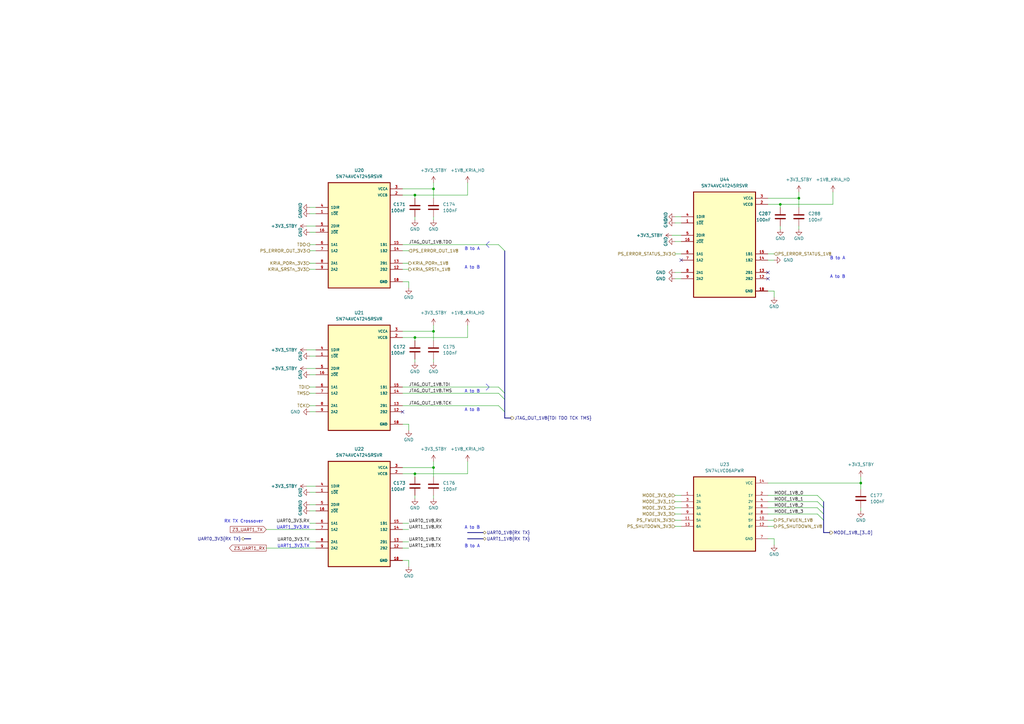
<source format=kicad_sch>
(kicad_sch (version 20211123) (generator eeschema)
  (paper "A3")
  (title_block (title "ATCA Template") (date "2023-01-05") (rev "1.0") (company "Karlsruhe Institute of Technology (KIT)") (comment 1 "Carsten Schmerbeck") (comment 2 "Luis Ardila") (comment 4 "Licensed under CERN-OHL-P v2"))
  (lib_symbols
    (symbol "Device:C" (pin_numbers hide) (pin_names (offset 0.254))
      (property "Reference" "C" (at 0.635 2.54 0))
      (property "Value" "C" (at 0.635 -2.54 0))
      (symbol "C_0_1"
        (polyline (pts (xy -2.032 -0.762) (xy 2.032 -0.762)) (stroke (width 0.508)))
        (polyline (pts (xy -2.032 0.762) (xy 2.032 0.762)) (stroke (width 0.508)))
      )
      (symbol "C_1_1"
        (pin passive line (at 0 3.81 270) (length 2.794) (name "~") (number "1"))
        (pin passive line (at 0 -3.81 90) (length 2.794) (name "~") (number "2"))
      )
    )
    (symbol "KIT_Logic:SN74LVC06APWR" (pin_names (offset 1.016))
      (property "Reference" "U" (at -12.7 16.2306 0))
      (property "Value" "SN74LVC06APWR" (at -12.7 -19.2278 0))
      (symbol "SN74LVC06APWR_0_0"
        (rectangle (start -12.7 -15.24) (end 12.7 15.24) (stroke (width 0.4064)) (fill (type background)))
        (pin input line (at -17.78 7.62 0) (length 5.08) (name "1A") (number "1"))
        (pin output line (at 17.78 -2.54 180) (length 5.08) (name "5Y") (number "10"))
        (pin input line (at -17.78 -2.54 0) (length 5.08) (name "5A") (number "11"))
        (pin output line (at 17.78 -5.08 180) (length 5.08) (name "6Y") (number "12"))
        (pin input line (at -17.78 -5.08 0) (length 5.08) (name "6A") (number "13"))
        (pin power_in line (at 17.78 12.7 180) (length 5.08) (name "VCC") (number "14"))
        (pin output line (at 17.78 7.62 180) (length 5.08) (name "1Y") (number "2"))
        (pin input line (at -17.78 5.08 0) (length 5.08) (name "2A") (number "3"))
        (pin output line (at 17.78 5.08 180) (length 5.08) (name "2Y") (number "4"))
        (pin input line (at -17.78 2.54 0) (length 5.08) (name "3A") (number "5"))
        (pin output line (at 17.78 2.54 180) (length 5.08) (name "3Y") (number "6"))
        (pin power_in line (at 17.78 -10.16 180) (length 5.08) (name "GND") (number "7"))
        (pin output line (at 17.78 0 180) (length 5.08) (name "4Y") (number "8"))
        (pin input line (at -17.78 0 0) (length 5.08) (name "4A") (number "9"))
      )
    )
    (symbol "KIT_Logic_LevelTranslator:SN74AXC4T245RSVR" (pin_names (offset 1.016))
      (property "Reference" "U" (at -12.7 21.3106 0))
      (property "Value" "SN74AXC4T245RSVR" (at -12.7 -26.8478 0))
      (symbol "SN74AXC4T245RSVR_0_0"
        (rectangle (start -12.7 -22.86) (end 12.7 20.32) (stroke (width 0.4064)) (fill (type background)))
        (pin input line (at -17.78 7.62 0) (length 5.08) (name "1~{OE}") (number "1"))
        (pin power_in line (at 17.78 -20.32 180) (length 5.08) (name "GND") (number "10"))
        (pin power_in line (at 17.78 -20.32 180) (length 5.08) (name "GND") (number "11"))
        (pin passive line (at 17.78 -15.24 180) (length 5.08) (name "2B2") (number "12"))
        (pin passive line (at 17.78 -12.7 180) (length 5.08) (name "2B1") (number "13"))
        (pin passive line (at 17.78 -7.62 180) (length 5.08) (name "1B2") (number "14"))
        (pin passive line (at 17.78 -5.08 180) (length 5.08) (name "1B1") (number "15"))
        (pin input line (at -17.78 0 0) (length 5.08) (name "2~{OE}") (number "16"))
        (pin power_in line (at 17.78 15.24 180) (length 5.08) (name "VCCB") (number "2"))
        (pin power_in line (at 17.78 17.78 180) (length 5.08) (name "VCCA") (number "3"))
        (pin input line (at -17.78 10.16 0) (length 5.08) (name "1DIR") (number "4"))
        (pin input line (at -17.78 2.54 0) (length 5.08) (name "2DIR") (number "5"))
        (pin passive line (at -17.78 -5.08 0) (length 5.08) (name "1A1") (number "6"))
        (pin passive line (at -17.78 -7.62 0) (length 5.08) (name "1A2") (number "7"))
        (pin passive line (at -17.78 -12.7 0) (length 5.08) (name "2A1") (number "8"))
        (pin passive line (at -17.78 -15.24 0) (length 5.08) (name "2A2") (number "9"))
      )
    )
    (symbol "KIT_Power:+1V8_KRIA_HD" (power) (pin_names (offset 0))
      (property "Value" "+1V8_KRIA_HD" (at 0 3.556 0))
      (symbol "+1V8_KRIA_HD_0_1"
        (polyline (pts (xy -0.762 1.27) (xy 0 2.54)))
        (polyline (pts (xy 0 0) (xy 0 2.54)))
        (polyline (pts (xy 0 2.54) (xy 0.762 1.27)))
      )
      (symbol "+1V8_KRIA_HD_1_1"
        (pin power_in line (at 0 0 90) (length 0) hide (name "+1V8_KRIA_HD") (number "1"))
      )
    )
    (symbol "KIT_Power:+3V3_STBY" (power) (pin_names (offset 0))
      (property "Value" "+3V3_STBY" (at 0 3.556 0))
      (symbol "+3V3_STBY_0_1"
        (polyline (pts (xy -0.762 1.27) (xy 0 2.54)))
        (polyline (pts (xy 0 0) (xy 0 2.54)))
        (polyline (pts (xy 0 2.54) (xy 0.762 1.27)))
      )
      (symbol "+3V3_STBY_1_1"
        (pin power_in line (at 0 0 90) (length 0) hide (name "+3V3_STBY") (number "1"))
      )
    )
    (symbol "power:GND" (power) (pin_names (offset 0))
      (property "Value" "GND" (at 0 -3.81 0))
      (symbol "GND_0_1"
        (polyline (pts (xy 0 0) (xy 0 -1.27) (xy 1.27 -1.27) (xy 0 -2.54) (xy -1.27 -1.27) (xy 0 -1.27)))
      )
      (symbol "GND_1_1"
        (pin power_in line (at 0 0 270) (length 0) hide (name "GND") (number "1"))
      )
    )
  )
  (junction (at 170.18 194.31))
  (junction (at 177.8 77.47))
  (junction (at 170.18 80.01))
  (junction (at 170.18 138.43))
  (junction (at 353.06 198.12))
  (junction (at 177.8 191.77))
  (junction (at 327.66 81.28))
  (junction (at 320.04 83.82))
  (junction (at 177.8 135.89))
  (no_connect (at 314.96 111.76))
  (no_connect (at 314.96 114.3))
  (no_connect (at 279.4 106.68))
  (no_connect (at 165.1 168.91))
  (bus_entry (at 204.47 100.33) (size 2.54 2.54))
  (bus_entry (at 204.47 158.75) (size 2.54 2.54))
  (bus_entry (at 204.47 161.29) (size 2.54 2.54))
  (bus_entry (at 204.47 166.37) (size 2.54 2.54))
  (bus_entry (at 335.28 203.2) (size 2.54 2.54))
  (bus_entry (at 335.28 205.74) (size 2.54 2.54))
  (bus_entry (at 335.28 208.28) (size 2.54 2.54))
  (bus_entry (at 335.28 210.82) (size 2.54 2.54))
  (bus (pts (xy 198.12 218.44) (xy 191.77 218.44)))
  (wire (pts (xy 165.1 158.75) (xy 204.47 158.75)))
  (wire (pts (xy 341.63 78.74) (xy 341.63 83.82)))
  (wire (pts (xy 276.86 114.3) (xy 279.4 114.3)))
  (wire (pts (xy 177.8 189.23) (xy 177.8 191.77)))
  (wire (pts (xy 167.64 118.11) (xy 167.64 115.57)))
  (wire (pts (xy 177.8 191.77) (xy 177.8 195.58)))
  (wire (pts (xy 125.73 199.39) (xy 129.54 199.39)))
  (wire (pts (xy 177.8 204.47) (xy 177.8 203.2)))
  (wire (pts (xy 165.1 214.63) (xy 167.64 214.63)))
  (wire (pts (xy 314.96 208.28) (xy 335.28 208.28)))
  (bus (pts (xy 198.12 220.98) (xy 191.77 220.98)))
  (wire (pts (xy 276.86 88.9) (xy 279.4 88.9)))
  (polyline (pts (xy 199.39 160.02) (xy 200.66 158.75)))
  (bus (pts (xy 207.01 102.87) (xy 207.01 161.29)))
  (wire (pts (xy 276.86 210.82) (xy 279.4 210.82)))
  (wire (pts (xy 276.86 205.74) (xy 279.4 205.74)))
  (wire (pts (xy 125.73 143.51) (xy 129.54 143.51)))
  (wire (pts (xy 191.77 74.93) (xy 191.77 80.01)))
  (wire (pts (xy 317.5 121.92) (xy 317.5 119.38)))
  (wire (pts (xy 165.1 222.25) (xy 167.64 222.25)))
  (wire (pts (xy 127 107.95) (xy 129.54 107.95)))
  (wire (pts (xy 170.18 148.59) (xy 170.18 147.32)))
  (wire (pts (xy 127 201.93) (xy 129.54 201.93)))
  (wire (pts (xy 276.86 111.76) (xy 279.4 111.76)))
  (wire (pts (xy 127 222.25) (xy 129.54 222.25)))
  (wire (pts (xy 177.8 74.93) (xy 177.8 77.47)))
  (wire (pts (xy 353.06 195.58) (xy 353.06 198.12)))
  (wire (pts (xy 165.1 217.17) (xy 167.64 217.17)))
  (bus (pts (xy 207.01 168.91) (xy 207.01 171.45)))
  (bus (pts (xy 337.82 210.82) (xy 337.82 213.36)))
  (wire (pts (xy 165.1 166.37) (xy 204.47 166.37)))
  (wire (pts (xy 314.96 220.98) (xy 317.5 220.98)))
  (wire (pts (xy 276.86 215.9) (xy 279.4 215.9)))
  (wire (pts (xy 327.66 81.28) (xy 327.66 85.09)))
  (wire (pts (xy 170.18 194.31) (xy 191.77 194.31)))
  (wire (pts (xy 327.66 93.98) (xy 327.66 92.71)))
  (polyline (pts (xy 199.39 100.33) (xy 200.66 101.6)))
  (wire (pts (xy 170.18 138.43) (xy 191.77 138.43)))
  (bus (pts (xy 340.36 218.44) (xy 337.82 218.44)))
  (wire (pts (xy 276.86 99.06) (xy 279.4 99.06)))
  (wire (pts (xy 127 166.37) (xy 129.54 166.37)))
  (bus (pts (xy 337.82 208.28) (xy 337.82 210.82)))
  (wire (pts (xy 177.8 90.17) (xy 177.8 88.9)))
  (wire (pts (xy 170.18 194.31) (xy 170.18 195.58)))
  (bus (pts (xy 100.33 220.98) (xy 102.87 220.98)))
  (wire (pts (xy 314.96 83.82) (xy 320.04 83.82)))
  (wire (pts (xy 320.04 93.98) (xy 320.04 92.71)))
  (wire (pts (xy 165.1 107.95) (xy 167.64 107.95)))
  (wire (pts (xy 127 87.63) (xy 129.54 87.63)))
  (wire (pts (xy 167.64 229.87) (xy 165.1 229.87)))
  (polyline (pts (xy 200.66 99.06) (xy 199.39 100.33)))
  (wire (pts (xy 276.86 104.14) (xy 279.4 104.14)))
  (wire (pts (xy 127 158.75) (xy 129.54 158.75)))
  (wire (pts (xy 127 214.63) (xy 129.54 214.63)))
  (wire (pts (xy 165.1 80.01) (xy 170.18 80.01)))
  (wire (pts (xy 109.22 217.17) (xy 129.54 217.17)))
  (wire (pts (xy 165.1 138.43) (xy 170.18 138.43)))
  (wire (pts (xy 125.73 92.71) (xy 129.54 92.71)))
  (wire (pts (xy 127 153.67) (xy 129.54 153.67)))
  (wire (pts (xy 320.04 83.82) (xy 341.63 83.82)))
  (wire (pts (xy 165.1 110.49) (xy 167.64 110.49)))
  (wire (pts (xy 177.8 77.47) (xy 177.8 81.28)))
  (wire (pts (xy 165.1 135.89) (xy 177.8 135.89)))
  (bus (pts (xy 337.82 205.74) (xy 337.82 208.28)))
  (wire (pts (xy 127 207.01) (xy 129.54 207.01)))
  (wire (pts (xy 314.96 106.68) (xy 317.5 106.68)))
  (wire (pts (xy 191.77 133.35) (xy 191.77 138.43)))
  (wire (pts (xy 276.86 91.44) (xy 279.4 91.44)))
  (wire (pts (xy 353.06 209.55) (xy 353.06 208.28)))
  (wire (pts (xy 165.1 77.47) (xy 177.8 77.47)))
  (wire (pts (xy 127 146.05) (xy 129.54 146.05)))
  (wire (pts (xy 276.86 213.36) (xy 279.4 213.36)))
  (wire (pts (xy 177.8 148.59) (xy 177.8 147.32)))
  (wire (pts (xy 127 85.09) (xy 129.54 85.09)))
  (wire (pts (xy 191.77 189.23) (xy 191.77 194.31)))
  (wire (pts (xy 314.96 198.12) (xy 353.06 198.12)))
  (wire (pts (xy 165.1 191.77) (xy 177.8 191.77)))
  (wire (pts (xy 167.64 232.41) (xy 167.64 229.87)))
  (wire (pts (xy 127 168.91) (xy 129.54 168.91)))
  (wire (pts (xy 314.96 215.9) (xy 317.5 215.9)))
  (wire (pts (xy 127 209.55) (xy 129.54 209.55)))
  (wire (pts (xy 314.96 104.14) (xy 317.5 104.14)))
  (wire (pts (xy 167.64 176.53) (xy 167.64 173.99)))
  (wire (pts (xy 167.64 173.99) (xy 165.1 173.99)))
  (wire (pts (xy 165.1 100.33) (xy 204.47 100.33)))
  (wire (pts (xy 127 161.29) (xy 129.54 161.29)))
  (wire (pts (xy 276.86 203.2) (xy 279.4 203.2)))
  (wire (pts (xy 320.04 83.82) (xy 320.04 85.09)))
  (wire (pts (xy 170.18 204.47) (xy 170.18 203.2)))
  (bus (pts (xy 207.01 163.83) (xy 207.01 168.91)))
  (wire (pts (xy 327.66 78.74) (xy 327.66 81.28)))
  (wire (pts (xy 127 100.33) (xy 129.54 100.33)))
  (wire (pts (xy 165.1 102.87) (xy 167.64 102.87)))
  (bus (pts (xy 337.82 213.36) (xy 337.82 218.44)))
  (wire (pts (xy 170.18 80.01) (xy 170.18 81.28)))
  (wire (pts (xy 109.22 224.79) (xy 129.54 224.79)))
  (wire (pts (xy 177.8 135.89) (xy 177.8 139.7)))
  (wire (pts (xy 276.86 208.28) (xy 279.4 208.28)))
  (wire (pts (xy 170.18 90.17) (xy 170.18 88.9)))
  (polyline (pts (xy 199.39 157.48) (xy 200.66 158.75)))
  (wire (pts (xy 353.06 200.66) (xy 353.06 198.12)))
  (wire (pts (xy 317.5 220.98) (xy 317.5 223.52)))
  (wire (pts (xy 275.59 96.52) (xy 279.4 96.52)))
  (wire (pts (xy 125.73 151.13) (xy 129.54 151.13)))
  (wire (pts (xy 127 95.25) (xy 129.54 95.25)))
  (wire (pts (xy 165.1 194.31) (xy 170.18 194.31)))
  (wire (pts (xy 314.96 205.74) (xy 335.28 205.74)))
  (wire (pts (xy 170.18 80.01) (xy 191.77 80.01)))
  (wire (pts (xy 314.96 213.36) (xy 317.5 213.36)))
  (wire (pts (xy 177.8 133.35) (xy 177.8 135.89)))
  (wire (pts (xy 317.5 119.38) (xy 314.96 119.38)))
  (bus (pts (xy 209.55 171.45) (xy 207.01 171.45)))
  (wire (pts (xy 127 110.49) (xy 129.54 110.49)))
  (wire (pts (xy 165.1 161.29) (xy 204.47 161.29)))
  (bus (pts (xy 207.01 161.29) (xy 207.01 163.83)))
  (wire (pts (xy 127 102.87) (xy 129.54 102.87)))
  (wire (pts (xy 314.96 81.28) (xy 327.66 81.28)))
  (wire (pts (xy 170.18 138.43) (xy 170.18 139.7)))
  (wire (pts (xy 165.1 224.79) (xy 167.64 224.79)))
  (wire (pts (xy 167.64 115.57) (xy 165.1 115.57)))
  (wire (pts (xy 314.96 203.2) (xy 335.28 203.2)))
  (wire (pts (xy 314.96 210.82) (xy 335.28 210.82)))
  (text "B to A" (at 190.5 224.79 0) (effects (font (size 1.27 1.27)) (justify left bottom)))
  (text "A to B" (at 190.5 110.49 0) (effects (font (size 1.27 1.27)) (justify left bottom)))
  (text "UART1_3V3.TX" (at 127 224.79 180) (effects (font (size 1.27 1.27)) (justify right bottom)))
  (text "RX TX Crossover" (at 107.95 214.63 180) (effects (font (size 1.27 1.27)) (justify right bottom)))
  (text "A to B" (at 190.5 161.29 0) (effects (font (size 1.27 1.27)) (justify left bottom)))
  (text "A to B" (at 340.36 114.3 0) (effects (font (size 1.27 1.27)) (justify left bottom)))
  (text "B to A" (at 340.36 106.68 0) (effects (font (size 1.27 1.27)) (justify left bottom)))
  (text "B to A" (at 190.5 102.87 0) (effects (font (size 1.27 1.27)) (justify left bottom)))
  (text "UART1_3V3.RX" (at 127 217.17 180) (effects (font (size 1.27 1.27)) (justify right bottom)))
  (text "A to B" (at 190.5 217.17 0) (effects (font (size 1.27 1.27)) (justify left bottom)))
  (text "A to B" (at 190.5 168.91 0) (effects (font (size 1.27 1.27)) (justify left bottom)))
  (label "MODE_1V8_0" (at 317.5 203.2 0))
  (label "MODE_1V8_2" (at 317.5 208.28 0))
  (label "MODE_1V8_1" (at 317.5 205.74 0))
  (label "JTAG_OUT_1V8.TMS" (at 167.64 161.29 0))
  (label "UART0_1V8.RX" (at 167.64 214.63 0))
  (label "JTAG_OUT_1V8.TCK" (at 167.64 166.37 0))
  (label "UART1_1V8.TX" (at 167.64 224.79 0))
  (label "JTAG_OUT_1V8.TDI" (at 167.64 158.75 0))
  (label "UART0_3V3.TX" (at 127 222.25 180))
  (label "UART0_1V8.TX" (at 167.64 222.25 0))
  (label "UART1_1V8.RX" (at 167.64 217.17 0))
  (label "MODE_1V8_3" (at 317.5 210.82 0))
  (label "UART0_3V3.RX" (at 127 214.63 180))
  (label "JTAG_OUT_1V8.TDO" (at 167.64 100.33 0))
  (global_label "Z3_UART1_TX" (shape input) (at 109.22 217.17 180) (property "Intersheet References" "${INTERSHEET_REFS}" (effects hide)))
  (global_label "Z3_UART1_RX" (shape output) (at 109.22 224.79 180) (property "Intersheet References" "${INTERSHEET_REFS}" (effects hide)))
  (hierarchical_label "JTAG_OUT_1V8{TDI TDO TCK TMS}" (shape output) (at 209.55 171.45 0))
  (hierarchical_label "PS_FWUEN_1V8" (shape output) (at 317.5 213.36 0))
  (hierarchical_label "KRIA_SRSTn_1V8" (shape output) (at 167.64 110.49 0))
  (hierarchical_label "PS_SHUTDOWN_1V8" (shape output) (at 317.5 215.9 0))
  (hierarchical_label "MODE_1V8_[3..0]" (shape output) (at 340.36 218.44 0))
  (hierarchical_label "TMS" (shape input) (at 127 161.29 180))
  (hierarchical_label "UART0_3V3{RX TX}" (shape bidirectional) (at 100.33 220.98 180))
  (hierarchical_label "MODE_3V3_0" (shape input) (at 276.86 203.2 180))
  (hierarchical_label "MODE_3V3_1" (shape input) (at 276.86 205.74 180))
  (hierarchical_label "TDO" (shape output) (at 127 100.33 180))
  (hierarchical_label "PS_ERROR_STATUS_1V8" (shape input) (at 317.5 104.14 0))
  (hierarchical_label "PS_FWUEN_3V3" (shape input) (at 276.86 213.36 180))
  (hierarchical_label "MODE_3V3_2" (shape input) (at 276.86 208.28 180))
  (hierarchical_label "UART1_1V8{RX TX}" (shape bidirectional) (at 198.12 220.98 0))
  (hierarchical_label "PS_ERROR_OUT_3V3" (shape output) (at 127 102.87 180))
  (hierarchical_label "KRIA_PORn_3V3" (shape input) (at 127 107.95 180))
  (hierarchical_label "MODE_3V3_3" (shape input) (at 276.86 210.82 180))
  (hierarchical_label "TCK" (shape input) (at 127 166.37 180))
  (hierarchical_label "PS_ERROR_STATUS_3V3" (shape output) (at 276.86 104.14 180))
  (hierarchical_label "TDI" (shape input) (at 127 158.75 180))
  (hierarchical_label "PS_SHUTDOWN_3V3" (shape input) (at 276.86 215.9 180))
  (hierarchical_label "PS_ERROR_OUT_1V8" (shape input) (at 167.64 102.87 0))
  (hierarchical_label "KRIA_PORn_1V8" (shape output) (at 167.64 107.95 0))
  (hierarchical_label "KRIA_SRSTn_3V3" (shape input) (at 127 110.49 180))
  (hierarchical_label "UART0_1V8{RX TX}" (shape bidirectional) (at 198.12 218.44 0))
  (symbol (lib_id "KIT_Power:+3V3_STBY") (at 327.66 78.74 0) (unit 1)
    (property "Reference" "#PWR0455" (effects hide))
    (property "Value" "+3V3_STBY" (at 327.66 73.66 0))
  )
  (symbol (lib_id "Device:C") (at 170.18 199.39 180) (unit 1)
    (property "Reference" "C173" (at 166.37 198.1199 0) (effects (justify left)))
    (property "Value" "100nF" (at 166.37 200.6599 0) (effects (justify left)))
    (property "Footprint" "Capacitor_SMD:C_0402_1005Metric" (effects hide))
    (property "stock" "AVT-IPE" (effects hide))
    (property "voltage" "16 V" (effects hide))
  )
  (symbol (lib_id "power:GND") (at 276.86 111.76 270) (unit 1)
    (property "Reference" "#PWR085" (effects hide))
    (property "Value" "GND" (at 273.05 111.7599 90) (effects (justify right)))
  )
  (symbol (lib_id "power:GND") (at 317.5 223.52 0) (unit 1)
    (property "Reference" "#PWR0503" (effects hide))
    (property "Value" "GND" (at 317.5 227.33 0))
  )
  (symbol (lib_id "power:GND") (at 317.5 106.68 90) (unit 1)
    (property "Reference" "#PWR087" (effects hide))
    (property "Value" "GND" (at 321.31 106.6799 90) (effects (justify right)))
  )
  (symbol (lib_id "KIT_Power:+3V3_STBY") (at 177.8 74.93 0) (unit 1)
    (property "Reference" "#PWR0497" (effects hide))
    (property "Value" "+3V3_STBY" (at 177.8 69.85 0))
  )
  (symbol (lib_id "KIT_Logic_LevelTranslator:SN74AXC4T245RSVR") (at 147.32 209.55 0) (unit 1)
    (property "Reference" "U22" (at 147.32 184.15 0))
    (property "Value" "SN74AVC4T245RSVR" (at 147.32 186.69 0))
    (property "Footprint" "KIT_Package_DFN_QFN:SN74AXC4T245RSV" (effects hide))
    (property "Datasheet" "https://www.ti.com/lit/ds/symlink/sn74avc4t245.pdf?ts=1662441336811" (effects hide))
    (property "manf" "Texas Instruments" (effects hide))
    (property "manf#" "SN74AVC4T245RSVR" (effects hide))
    (property "stock" "Serenity: 40" (effects hide))
    (property "rs#" "814-3887" (effects hide))
    (property "ti#" "SN74AVC4T245RSVR" (effects hide))
  )
  (symbol (lib_id "power:GND") (at 167.64 232.41 0) (unit 1)
    (property "Reference" "#PWR0493" (effects hide))
    (property "Value" "GND" (at 167.64 236.22 0))
  )
  (symbol (lib_id "Device:C") (at 177.8 143.51 180) (unit 1)
    (property "Reference" "C175" (at 181.61 142.2399 0) (effects (justify right)))
    (property "Value" "100nF" (at 181.61 144.7799 0) (effects (justify right)))
    (property "Footprint" "Capacitor_SMD:C_0402_1005Metric" (effects hide))
    (property "stock" "AVT-IPE" (effects hide))
    (property "voltage" "16 V" (effects hide))
  )
  (symbol (lib_id "power:GND") (at 127 207.01 270) (unit 1)
    (property "Reference" "#PWR0434" (effects hide))
    (property "Value" "GND" (at 123.19 207.01 0))
  )
  (symbol (lib_id "power:GND") (at 127 95.25 270) (unit 1)
    (property "Reference" "#PWR0486" (effects hide))
    (property "Value" "GND" (at 123.19 95.25 0))
  )
  (symbol (lib_id "Device:C") (at 170.18 85.09 180) (unit 1)
    (property "Reference" "C171" (at 166.37 83.8199 0) (effects (justify left)))
    (property "Value" "100nF" (at 166.37 86.3599 0) (effects (justify left)))
    (property "Footprint" "Capacitor_SMD:C_0402_1005Metric" (effects hide))
    (property "stock" "AVT-IPE" (effects hide))
    (property "voltage" "16 V" (effects hide))
  )
  (symbol (lib_id "power:GND") (at 167.64 176.53 0) (unit 1)
    (property "Reference" "#PWR0492" (effects hide))
    (property "Value" "GND" (at 167.64 180.34 0))
  )
  (symbol (lib_id "KIT_Power:+3V3_STBY") (at 125.73 92.71 90) (unit 1)
    (property "Reference" "#PWR0433" (effects hide))
    (property "Value" "+3V3_STBY" (at 121.92 92.7099 90) (effects (justify left)))
  )
  (symbol (lib_id "KIT_Logic_LevelTranslator:SN74AXC4T245RSVR") (at 147.32 95.25 0) (unit 1)
    (property "Reference" "U20" (at 147.32 69.85 0))
    (property "Value" "SN74AVC4T245RSVR" (at 147.32 72.39 0))
    (property "Footprint" "KIT_Package_DFN_QFN:SN74AXC4T245RSV" (effects hide))
    (property "Datasheet" "https://www.ti.com/lit/ds/symlink/sn74avc4t245.pdf?ts=1662441336811" (effects hide))
    (property "manf" "Texas Instruments" (effects hide))
    (property "manf#" "SN74AVC4T245RSVR" (effects hide))
    (property "stock" "Serenity: 40" (effects hide))
    (property "rs#" "814-3887" (effects hide))
    (property "ti#" "SN74AVC4T245RSVR" (effects hide))
  )
  (symbol (lib_id "Device:C") (at 327.66 88.9 180) (unit 1)
    (property "Reference" "C288" (at 331.47 87.6299 0) (effects (justify right)))
    (property "Value" "100nF" (at 331.47 90.1699 0) (effects (justify right)))
    (property "Footprint" "Capacitor_SMD:C_0402_1005Metric" (effects hide))
    (property "stock" "AVT-IPE" (effects hide))
    (property "voltage" "16 V" (effects hide))
  )
  (symbol (lib_id "KIT_Power:+3V3_STBY") (at 125.73 143.51 90) (unit 1)
    (property "Reference" "#PWR0428" (effects hide))
    (property "Value" "+3V3_STBY" (at 121.92 143.5099 90) (effects (justify left)))
  )
  (symbol (lib_id "power:GND") (at 327.66 93.98 0) (unit 1)
    (property "Reference" "#PWR0457" (effects hide))
    (property "Value" "GND" (at 327.66 97.79 0))
  )
  (symbol (lib_id "power:GND") (at 276.86 114.3 270) (unit 1)
    (property "Reference" "#PWR086" (effects hide))
    (property "Value" "GND" (at 273.05 114.2999 90) (effects (justify right)))
  )
  (symbol (lib_id "Device:C") (at 170.18 143.51 180) (unit 1)
    (property "Reference" "C172" (at 166.37 142.2399 0) (effects (justify left)))
    (property "Value" "100nF" (at 166.37 144.7799 0) (effects (justify left)))
    (property "Footprint" "Capacitor_SMD:C_0402_1005Metric" (effects hide))
    (property "stock" "AVT-IPE" (effects hide))
    (property "voltage" "16 V" (effects hide))
  )
  (symbol (lib_id "KIT_Power:+3V3_STBY") (at 353.06 195.58 0) (unit 1)
    (property "Reference" "#PWR0504" (effects hide))
    (property "Value" "+3V3_STBY" (at 353.06 190.5 0))
  )
  (symbol (lib_id "power:GND") (at 127 146.05 270) (unit 1)
    (property "Reference" "#PWR0487" (effects hide))
    (property "Value" "GND" (at 123.19 146.05 0))
  )
  (symbol (lib_id "KIT_Power:+3V3_STBY") (at 125.73 199.39 90) (unit 1)
    (property "Reference" "#PWR0437" (effects hide))
    (property "Value" "+3V3_STBY" (at 121.92 199.3899 90) (effects (justify left)))
  )
  (symbol (lib_id "power:GND") (at 127 87.63 270) (unit 1)
    (property "Reference" "#PWR0485" (effects hide))
    (property "Value" "GND" (at 123.19 87.63 0))
  )
  (symbol (lib_id "power:GND") (at 177.8 148.59 0) (unit 1)
    (property "Reference" "#PWR0500" (effects hide))
    (property "Value" "GND" (at 177.8 152.4 0))
  )
  (symbol (lib_id "power:GND") (at 127 153.67 270) (unit 1)
    (property "Reference" "#PWR0488" (effects hide))
    (property "Value" "GND" (at 123.19 153.67 0))
  )
  (symbol (lib_id "power:GND") (at 276.86 88.9 270) (unit 1)
    (property "Reference" "#PWR076" (effects hide))
    (property "Value" "GND" (at 273.05 88.9 0))
  )
  (symbol (lib_id "KIT_Power:+1V8_KRIA_HD") (at 191.77 189.23 0) (unit 1)
    (property "Reference" "#PWR0863" (effects hide))
    (property "Value" "+1V8_KRIA_HD" (at 191.77 184.15 0))
  )
  (symbol (lib_id "power:GND") (at 170.18 90.17 0) (unit 1)
    (property "Reference" "#PWR0494" (effects hide))
    (property "Value" "GND" (at 170.18 93.98 0))
  )
  (symbol (lib_id "power:GND") (at 353.06 209.55 0) (unit 1)
    (property "Reference" "#PWR0505" (effects hide))
    (property "Value" "GND" (at 353.06 213.36 0))
  )
  (symbol (lib_id "KIT_Power:+1V8_KRIA_HD") (at 341.63 78.74 0) (unit 1)
    (property "Reference" "#PWR0459" (effects hide))
    (property "Value" "+1V8_KRIA_HD" (at 341.63 73.66 0))
  )
  (symbol (lib_id "KIT_Power:+3V3_STBY") (at 177.8 133.35 0) (unit 1)
    (property "Reference" "#PWR0499" (effects hide))
    (property "Value" "+3V3_STBY" (at 177.8 128.27 0))
  )
  (symbol (lib_id "power:GND") (at 127 85.09 270) (unit 1)
    (property "Reference" "#PWR0484" (effects hide))
    (property "Value" "GND" (at 123.19 85.09 0))
  )
  (symbol (lib_id "power:GND") (at 170.18 204.47 0) (unit 1)
    (property "Reference" "#PWR0496" (effects hide))
    (property "Value" "GND" (at 170.18 208.28 0))
  )
  (symbol (lib_id "KIT_Power:+1V8_KRIA_HD") (at 191.77 133.35 0) (unit 1)
    (property "Reference" "#PWR0865" (effects hide))
    (property "Value" "+1V8_KRIA_HD" (at 191.77 128.27 0))
  )
  (symbol (lib_id "KIT_Logic:SN74LVC06APWR") (at 297.18 210.82 0) (unit 1)
    (property "Reference" "U23" (at 297.18 190.5 0))
    (property "Value" "SN74LVC06APWR" (at 297.18 193.04 0))
    (property "Footprint" "Package_SO:TSSOP-14_4.4x5mm_P0.65mm" (effects hide))
    (property "Datasheet" "https://www.ti.com/lit/ds/symlink/sn74lvc06a.pdf?ts=1656895390665" (effects hide))
    (property "stock" "Serenity: 40" (effects hide))
    (property "digikey#" "296-8437-1-ND" (effects hide))
    (property "manf" "Texas Instruments" (effects hide))
    (property "manf#" "SN74LVC06APWR" (effects hide))
  )
  (symbol (lib_id "power:GND") (at 276.86 99.06 270) (unit 1)
    (property "Reference" "#PWR083" (effects hide))
    (property "Value" "GND" (at 273.05 99.06 0))
  )
  (symbol (lib_id "power:GND") (at 127 201.93 270) (unit 1)
    (property "Reference" "#PWR0489" (effects hide))
    (property "Value" "GND" (at 123.19 201.93 0))
  )
  (symbol (lib_id "KIT_Power:+3V3_STBY") (at 275.59 96.52 90) (unit 1)
    (property "Reference" "#PWR075" (effects hide))
    (property "Value" "+3V3_STBY" (at 271.78 96.5199 90) (effects (justify left)))
  )
  (symbol (lib_id "KIT_Logic_LevelTranslator:SN74AXC4T245RSVR") (at 297.18 99.06 0) (unit 1)
    (property "Reference" "U44" (at 297.18 73.66 0))
    (property "Value" "SN74AVC4T245RSVR" (at 297.18 76.2 0))
    (property "Footprint" "KIT_Package_DFN_QFN:SN74AXC4T245RSV" (effects hide))
    (property "Datasheet" "https://www.ti.com/lit/ds/symlink/sn74avc4t245.pdf?ts=1662441336811" (effects hide))
    (property "manf" "Texas Instruments" (effects hide))
    (property "manf#" "SN74AVC4T245RSVR" (effects hide))
    (property "stock" "Serenity: 40" (effects hide))
    (property "rs#" "814-3887" (effects hide))
    (property "ti#" "SN74AVC4T245RSVR" (effects hide))
  )
  (symbol (lib_id "KIT_Power:+3V3_STBY") (at 125.73 151.13 90) (unit 1)
    (property "Reference" "#PWR0424" (effects hide))
    (property "Value" "+3V3_STBY" (at 121.92 151.1299 90) (effects (justify left)))
  )
  (symbol (lib_id "KIT_Logic_LevelTranslator:SN74AXC4T245RSVR") (at 147.32 153.67 0) (unit 1)
    (property "Reference" "U21" (at 147.32 128.27 0))
    (property "Value" "SN74AVC4T245RSVR" (at 147.32 130.81 0))
    (property "Footprint" "KIT_Package_DFN_QFN:SN74AXC4T245RSV" (effects hide))
    (property "Datasheet" "https://www.ti.com/lit/ds/symlink/sn74avc4t245.pdf?ts=1662441336811" (effects hide))
    (property "manf" "Texas Instruments" (effects hide))
    (property "manf#" "SN74AVC4T245RSVR" (effects hide))
    (property "stock" "Serenity: 40" (effects hide))
    (property "rs#" "814-3887" (effects hide))
    (property "ti#" "SN74AVC4T245RSVR" (effects hide))
  )
  (symbol (lib_id "KIT_Power:+3V3_STBY") (at 177.8 189.23 0) (unit 1)
    (property "Reference" "#PWR0501" (effects hide))
    (property "Value" "+3V3_STBY" (at 177.8 184.15 0))
  )
  (symbol (lib_id "power:GND") (at 177.8 90.17 0) (unit 1)
    (property "Reference" "#PWR0498" (effects hide))
    (property "Value" "GND" (at 177.8 93.98 0))
  )
  (symbol (lib_id "power:GND") (at 167.64 118.11 0) (unit 1)
    (property "Reference" "#PWR0491" (effects hide))
    (property "Value" "GND" (at 167.64 121.92 0))
  )
  (symbol (lib_id "Device:C") (at 177.8 85.09 180) (unit 1)
    (property "Reference" "C174" (at 181.61 83.8199 0) (effects (justify right)))
    (property "Value" "100nF" (at 181.61 86.3599 0) (effects (justify right)))
    (property "Footprint" "Capacitor_SMD:C_0402_1005Metric" (effects hide))
    (property "stock" "AVT-IPE" (effects hide))
    (property "voltage" "16 V" (effects hide))
  )
  (symbol (lib_id "power:GND") (at 317.5 121.92 0) (unit 1)
    (property "Reference" "#PWR0451" (effects hide))
    (property "Value" "GND" (at 317.5 125.73 0))
  )
  (symbol (lib_id "power:GND") (at 177.8 204.47 0) (unit 1)
    (property "Reference" "#PWR0502" (effects hide))
    (property "Value" "GND" (at 177.8 208.28 0))
  )
  (symbol (lib_id "power:GND") (at 276.86 91.44 270) (unit 1)
    (property "Reference" "#PWR080" (effects hide))
    (property "Value" "GND" (at 273.05 91.44 0))
  )
  (symbol (lib_id "Device:C") (at 177.8 199.39 180) (unit 1)
    (property "Reference" "C176" (at 181.61 198.1199 0) (effects (justify right)))
    (property "Value" "100nF" (at 181.61 200.6599 0) (effects (justify right)))
    (property "Footprint" "Capacitor_SMD:C_0402_1005Metric" (effects hide))
    (property "stock" "AVT-IPE" (effects hide))
    (property "voltage" "16 V" (effects hide))
  )
  (symbol (lib_id "power:GND") (at 127 209.55 270) (unit 1)
    (property "Reference" "#PWR0490" (effects hide))
    (property "Value" "GND" (at 123.19 209.55 0))
  )
  (symbol (lib_id "Device:C") (at 320.04 88.9 180) (unit 1)
    (property "Reference" "C287" (at 316.23 87.6299 0) (effects (justify left)))
    (property "Value" "100nF" (at 316.23 90.1699 0) (effects (justify left)))
    (property "Footprint" "Capacitor_SMD:C_0402_1005Metric" (effects hide))
    (property "stock" "AVT-IPE" (effects hide))
    (property "voltage" "16 V" (effects hide))
  )
  (symbol (lib_id "power:GND") (at 170.18 148.59 0) (unit 1)
    (property "Reference" "#PWR0495" (effects hide))
    (property "Value" "GND" (at 170.18 152.4 0))
  )
  (symbol (lib_id "KIT_Power:+1V8_KRIA_HD") (at 191.77 74.93 0) (unit 1)
    (property "Reference" "#PWR0864" (effects hide))
    (property "Value" "+1V8_KRIA_HD" (at 191.77 69.85 0))
  )
  (symbol (lib_id "Device:C") (at 353.06 204.47 180) (unit 1)
    (property "Reference" "C177" (at 356.87 203.1999 0) (effects (justify right)))
    (property "Value" "100nF" (at 356.87 205.7399 0) (effects (justify right)))
    (property "Footprint" "Capacitor_SMD:C_0402_1005Metric" (effects hide))
    (property "stock" "AVT-IPE" (effects hide))
    (property "voltage" "16 V" (effects hide))
  )
  (symbol (lib_id "power:GND") (at 127 168.91 270) (unit 1)
    (property "Reference" "#PWR02" (effects hide))
    (property "Value" "GND" (at 123.19 168.9099 90) (effects (justify right)))
  )
  (symbol (lib_id "power:GND") (at 320.04 93.98 0) (unit 1)
    (property "Reference" "#PWR0452" (effects hide))
    (property "Value" "GND" (at 320.04 97.79 0))
  )
)
</source>
